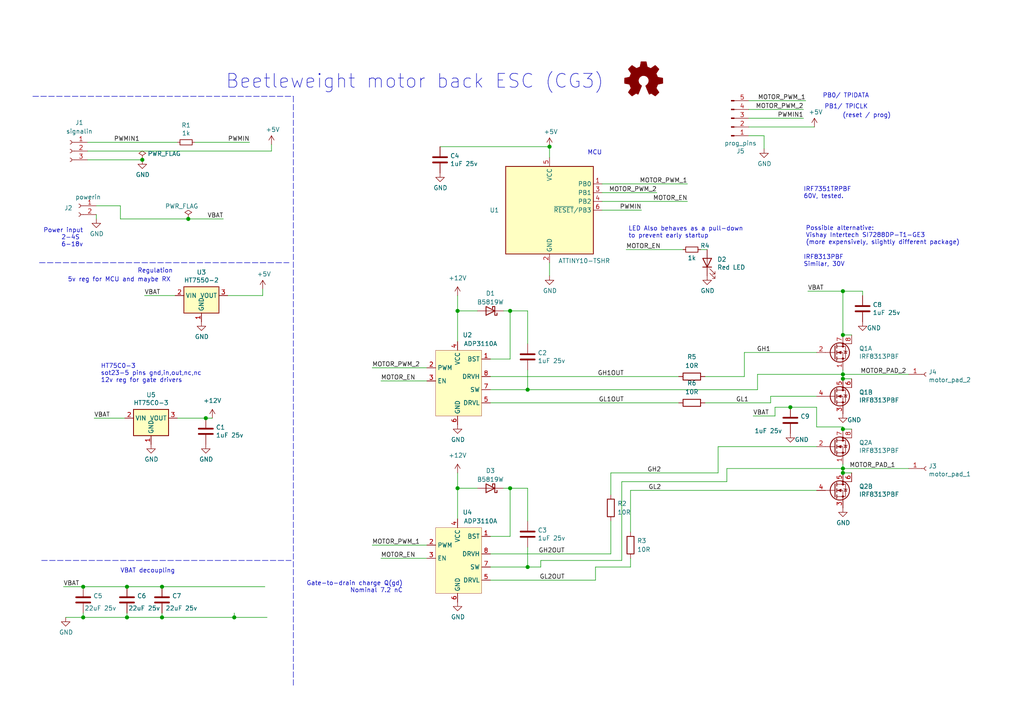
<source format=kicad_sch>
(kicad_sch (version 20210621) (generator eeschema)
  (paper "A4")
  (title_block (title "Beetle Motor Back ESC (CG)") (date "2021-08-02"))
  (lib_symbols
    (symbol "Connector:Conn_01x01_Female" (pin_names (offset 1.016) hide)
      (property "Reference" "J" (at 0 2.54 0))
      (property "Value" "Conn_01x01_Female" (at 0 -2.54 0))
      (symbol "Conn_01x01_Female_1_1"
        (arc (start 0 0.508) (end 0 -0.508) (radius (at 0 0) (length 0.508) (angles 90.1 -90.1)) (stroke (width 0.1524)))
        (polyline (pts (xy -1.27 0) (xy -0.508 0)) (stroke (width 0.1524)))
        (pin passive line (at -5.08 0 0) (length 3.81) (name "Pin_1") (number "1"))
      )
    )
    (symbol "Connector:Conn_01x02_Female" (pin_names (offset 1.016) hide)
      (property "Reference" "J" (at 0 2.54 0))
      (property "Value" "Conn_01x02_Female" (at 0 -5.08 0))
      (symbol "Conn_01x02_Female_1_1"
        (arc (start 0 -2.032) (end 0 -3.048) (radius (at 0 -2.54) (length 0.508) (angles 90.1 -90.1)) (stroke (width 0.1524)))
        (arc (start 0 0.508) (end 0 -0.508) (radius (at 0 0) (length 0.508) (angles 90.1 -90.1)) (stroke (width 0.1524)))
        (polyline (pts (xy -1.27 -2.54) (xy -0.508 -2.54)) (stroke (width 0.1524)))
        (polyline (pts (xy -1.27 0) (xy -0.508 0)) (stroke (width 0.1524)))
        (pin passive line (at -5.08 0 0) (length 3.81) (name "Pin_1") (number "1"))
        (pin passive line (at -5.08 -2.54 0) (length 3.81) (name "Pin_2") (number "2"))
      )
    )
    (symbol "Connector:Conn_01x03_Female" (pin_names (offset 1.016) hide)
      (property "Reference" "J" (at 0 5.08 0))
      (property "Value" "Conn_01x03_Female" (at 0 -5.08 0))
      (symbol "Conn_01x03_Female_1_1"
        (arc (start 0 -2.032) (end 0 -3.048) (radius (at 0 -2.54) (length 0.508) (angles 90.1 -90.1)) (stroke (width 0.1524)))
        (arc (start 0 0.508) (end 0 -0.508) (radius (at 0 0) (length 0.508) (angles 90.1 -90.1)) (stroke (width 0.1524)))
        (arc (start 0 3.048) (end 0 2.032) (radius (at 0 2.54) (length 0.508) (angles 90.1 -90.1)) (stroke (width 0.1524)))
        (polyline (pts (xy -1.27 -2.54) (xy -0.508 -2.54)) (stroke (width 0.1524)))
        (polyline (pts (xy -1.27 0) (xy -0.508 0)) (stroke (width 0.1524)))
        (polyline (pts (xy -1.27 2.54) (xy -0.508 2.54)) (stroke (width 0.1524)))
        (pin passive line (at -5.08 2.54 0) (length 3.81) (name "Pin_1") (number "1"))
        (pin passive line (at -5.08 0 0) (length 3.81) (name "Pin_2") (number "2"))
        (pin passive line (at -5.08 -2.54 0) (length 3.81) (name "Pin_3") (number "3"))
      )
    )
    (symbol "Connector:Conn_01x05_Male" (pin_names (offset 1.016) hide)
      (property "Reference" "J" (at 0 7.62 0))
      (property "Value" "Conn_01x05_Male" (at 0 -7.62 0))
      (symbol "Conn_01x05_Male_1_1"
        (rectangle (start 0.8636 -4.953) (end 0 -5.207) (stroke (width 0.1524)) (fill (type outline)))
        (rectangle (start 0.8636 -2.413) (end 0 -2.667) (stroke (width 0.1524)) (fill (type outline)))
        (rectangle (start 0.8636 0.127) (end 0 -0.127) (stroke (width 0.1524)) (fill (type outline)))
        (rectangle (start 0.8636 2.667) (end 0 2.413) (stroke (width 0.1524)) (fill (type outline)))
        (rectangle (start 0.8636 5.207) (end 0 4.953) (stroke (width 0.1524)) (fill (type outline)))
        (polyline (pts (xy 1.27 -5.08) (xy 0.8636 -5.08)) (stroke (width 0.1524)))
        (polyline (pts (xy 1.27 -2.54) (xy 0.8636 -2.54)) (stroke (width 0.1524)))
        (polyline (pts (xy 1.27 0) (xy 0.8636 0)) (stroke (width 0.1524)))
        (polyline (pts (xy 1.27 2.54) (xy 0.8636 2.54)) (stroke (width 0.1524)))
        (polyline (pts (xy 1.27 5.08) (xy 0.8636 5.08)) (stroke (width 0.1524)))
        (pin passive line (at 5.08 5.08 180) (length 3.81) (name "Pin_1") (number "1"))
        (pin passive line (at 5.08 2.54 180) (length 3.81) (name "Pin_2") (number "2"))
        (pin passive line (at 5.08 0 180) (length 3.81) (name "Pin_3") (number "3"))
        (pin passive line (at 5.08 -2.54 180) (length 3.81) (name "Pin_4") (number "4"))
        (pin passive line (at 5.08 -5.08 180) (length 3.81) (name "Pin_5") (number "5"))
      )
    )
    (symbol "Device:C" (pin_numbers hide) (pin_names (offset 0.254))
      (property "Reference" "C" (at 0.635 2.54 0))
      (property "Value" "C" (at 0.635 -2.54 0))
      (symbol "C_0_1"
        (polyline (pts (xy -2.032 -0.762) (xy 2.032 -0.762)) (stroke (width 0.508)))
        (polyline (pts (xy -2.032 0.762) (xy 2.032 0.762)) (stroke (width 0.508)))
      )
      (symbol "C_1_1"
        (pin passive line (at 0 3.81 270) (length 2.794) (name "~") (number "1"))
        (pin passive line (at 0 -3.81 90) (length 2.794) (name "~") (number "2"))
      )
    )
    (symbol "Device:D_Schottky" (pin_numbers hide) (pin_names (offset 1.016) hide)
      (property "Reference" "D" (at 0 2.54 0))
      (property "Value" "D_Schottky" (at 0 -2.54 0))
      (symbol "D_Schottky_0_1"
        (polyline (pts (xy 1.27 0) (xy -1.27 0)))
        (polyline (pts (xy 1.27 1.27) (xy 1.27 -1.27) (xy -1.27 0) (xy 1.27 1.27)) (stroke (width 0.254)))
        (polyline (pts (xy -1.905 0.635) (xy -1.905 1.27) (xy -1.27 1.27) (xy -1.27 -1.27) (xy -0.635 -1.27) (xy -0.635 -0.635)) (stroke (width 0.254)))
      )
      (symbol "D_Schottky_1_1"
        (pin passive line (at -3.81 0 0) (length 2.54) (name "K") (number "1"))
        (pin passive line (at 3.81 0 180) (length 2.54) (name "A") (number "2"))
      )
    )
    (symbol "Device:LED" (pin_numbers hide) (pin_names (offset 1.016) hide)
      (property "Reference" "D" (at 0 2.54 0))
      (property "Value" "LED" (at 0 -2.54 0))
      (symbol "LED_0_1"
        (polyline (pts (xy -1.27 -1.27) (xy -1.27 1.27)) (stroke (width 0.254)))
        (polyline (pts (xy -1.27 0) (xy 1.27 0)))
        (polyline (pts (xy 1.27 -1.27) (xy 1.27 1.27) (xy -1.27 0) (xy 1.27 -1.27)) (stroke (width 0.254)))
        (polyline (pts (xy -3.048 -0.762) (xy -4.572 -2.286) (xy -3.81 -2.286) (xy -4.572 -2.286) (xy -4.572 -1.524)))
        (polyline (pts (xy -1.778 -0.762) (xy -3.302 -2.286) (xy -2.54 -2.286) (xy -3.302 -2.286) (xy -3.302 -1.524)))
      )
      (symbol "LED_1_1"
        (pin passive line (at -3.81 0 0) (length 2.54) (name "K") (number "1"))
        (pin passive line (at 3.81 0 180) (length 2.54) (name "A") (number "2"))
      )
    )
    (symbol "Device:Q_Dual_NMOS_S1G1S2G2D2D2D1D1" (pin_names (offset 0) hide)
      (property "Reference" "Q" (at 5.08 1.27 0))
      (property "Value" "Q_Dual_NMOS_S1G1S2G2D2D2D1D1" (at 5.08 -1.27 0))
      (symbol "Q_Dual_NMOS_S1G1S2G2D2D2D1D1_0_1"
        (circle (center 1.651 0) (radius 2.794) (stroke (width 0.254)))
        (circle (center 2.54 -1.778) (radius 0.254) (fill (type outline)))
        (circle (center 2.54 1.778) (radius 0.254) (fill (type outline)))
        (circle (center 2.54 2.54) (radius 0.254) (fill (type outline)))
        (polyline (pts (xy 0.254 0) (xy -2.54 0)))
        (polyline (pts (xy 0.254 1.905) (xy 0.254 -1.905)) (stroke (width 0.254)))
        (polyline (pts (xy 0.762 -1.27) (xy 0.762 -2.286)) (stroke (width 0.254)))
        (polyline (pts (xy 0.762 0.508) (xy 0.762 -0.508)) (stroke (width 0.254)))
        (polyline (pts (xy 0.762 2.286) (xy 0.762 1.27)) (stroke (width 0.254)))
        (polyline (pts (xy 2.54 2.54) (xy 2.54 1.778)))
        (polyline (pts (xy 5.08 2.54) (xy 2.54 2.54)))
        (polyline (pts (xy 2.54 -2.54) (xy 2.54 0) (xy 0.762 0)))
        (polyline (pts (xy 0.762 -1.778) (xy 3.302 -1.778) (xy 3.302 1.778) (xy 0.762 1.778)))
        (polyline (pts (xy 2.794 0.508) (xy 2.921 0.381) (xy 3.683 0.381) (xy 3.81 0.254)))
        (polyline (pts (xy 3.302 0.381) (xy 2.921 -0.254) (xy 3.683 -0.254) (xy 3.302 0.381)))
        (polyline (pts (xy 1.016 0) (xy 2.032 0.381) (xy 2.032 -0.381) (xy 1.016 0)) (fill (type outline)))
      )
      (symbol "Q_Dual_NMOS_S1G1S2G2D2D2D1D1_1_1"
        (pin passive line (at 2.54 -5.08 90) (length 2.54) (name "S") (number "1"))
        (pin input line (at -5.08 0 0) (length 2.54) (name "G") (number "2"))
        (pin passive line (at 2.54 5.08 270) (length 2.54) (name "D") (number "7"))
        (pin passive line (at 5.08 5.08 270) (length 2.54) (name "D") (number "8"))
      )
      (symbol "Q_Dual_NMOS_S1G1S2G2D2D2D1D1_2_1"
        (pin passive line (at 2.54 -5.08 90) (length 2.54) (name "S") (number "3"))
        (pin input line (at -5.08 0 0) (length 2.54) (name "G") (number "4"))
        (pin passive line (at 2.54 5.08 270) (length 2.54) (name "D") (number "5"))
        (pin passive line (at 5.08 5.08 270) (length 2.54) (name "D") (number "6"))
      )
    )
    (symbol "Device:R" (pin_numbers hide) (pin_names (offset 0))
      (property "Reference" "R" (at 2.032 0 90))
      (property "Value" "R" (at 0 0 90))
      (symbol "R_0_1"
        (rectangle (start -1.016 -2.54) (end 1.016 2.54) (stroke (width 0.254)))
      )
      (symbol "R_1_1"
        (pin passive line (at 0 3.81 270) (length 1.27) (name "~") (number "1"))
        (pin passive line (at 0 -3.81 90) (length 1.27) (name "~") (number "2"))
      )
    )
    (symbol "Device:R_Small" (pin_numbers hide) (pin_names (offset 0.254) hide)
      (property "Reference" "R" (at 0.762 0.508 0))
      (property "Value" "R_Small" (at 0.762 -1.016 0))
      (symbol "R_Small_0_1"
        (rectangle (start -0.762 1.778) (end 0.762 -1.778) (stroke (width 0.2032)))
      )
      (symbol "R_Small_1_1"
        (pin passive line (at 0 2.54 270) (length 0.762) (name "~") (number "1"))
        (pin passive line (at 0 -2.54 90) (length 0.762) (name "~") (number "2"))
      )
    )
    (symbol "Graphic:Logo_Open_Hardware_Small" (pin_names (offset 1.016))
      (symbol "Logo_Open_Hardware_Small_0_1"
        (polyline (pts (xy 3.3528 -4.3434) (xy 3.302 -4.318) (xy 3.175 -4.2418) (xy 2.9972 -4.1148) (xy 2.7686 -3.9624) (xy 2.54 -3.81) (xy 2.3622 -3.7084) (xy 2.2352 -3.6068) (xy 2.1844 -3.5814) (xy 2.159 -3.6068) (xy 2.0574 -3.6576) (xy 1.905 -3.7338) (xy 1.8034 -3.7846) (xy 1.6764 -3.8354) (xy 1.6002 -3.8354) (xy 1.6002 -3.8354) (xy 1.5494 -3.7338) (xy 1.4732 -3.5306) (xy 1.3462 -3.302) (xy 1.2446 -3.0226) (xy 1.1176 -2.7178) (xy 0.9652 -2.413) (xy 0.8636 -2.1082) (xy 0.7366 -1.8288) (xy 0.6604 -1.6256) (xy 0.6096 -1.4732) (xy 0.5842 -1.397) (xy 0.5842 -1.397) (xy 0.6604 -1.3208) (xy 0.7874 -1.2446) (xy 1.0414 -1.016) (xy 1.2954 -0.6858) (xy 1.4478 -0.3302) (xy 1.524 0.0762) (xy 1.4732 0.4572) (xy 1.3208 0.8128) (xy 1.0668 1.143) (xy 0.762 1.3716) (xy 0.4064 1.524) (xy 0 1.5748) (xy -0.381 1.5494) (xy -0.7366 1.397) (xy -1.0668 1.143) (xy -1.2192 0.9906) (xy -1.397 0.6604) (xy -1.524 0.3048) (xy -1.524 0.2286) (xy -1.4986 -0.1778) (xy -1.397 -0.5334) (xy -1.1938 -0.8636) (xy -0.9144 -1.143) (xy -0.8636 -1.1684) (xy -0.7366 -1.27) (xy -0.635 -1.3462) (xy -0.5842 -1.397) (xy -1.0668 -2.5908) (xy -1.143 -2.794) (xy -1.2954 -3.1242) (xy -1.397 -3.4036) (xy -1.4986 -3.6322) (xy -1.5748 -3.7846) (xy -1.6002 -3.8354) (xy -1.6002 -3.8354) (xy -1.651 -3.8354) (xy -1.7272 -3.81) (xy -1.905 -3.7338) (xy -2.0066 -3.683) (xy -2.1336 -3.6068) (xy -2.2098 -3.5814) (xy -2.2606 -3.6068) (xy -2.3622 -3.683) (xy -2.54 -3.81) (xy -2.7686 -3.9624) (xy -2.9718 -4.0894) (xy -3.1496 -4.2164) (xy -3.302 -4.318) (xy -3.3528 -4.3434) (xy -3.3782 -4.3434) (xy -3.429 -4.318) (xy -3.5306 -4.2164) (xy -3.7084 -4.064) (xy -3.937 -3.8354) (xy -3.9624 -3.81) (xy -4.1656 -3.6068) (xy -4.318 -3.4544) (xy -4.4196 -3.3274) (xy -4.445 -3.2766) (xy -4.445 -3.2766) (xy -4.4196 -3.2258) (xy -4.318 -3.0734) (xy -4.2164 -2.8956) (xy -4.064 -2.667) (xy -3.6576 -2.0828) (xy -3.8862 -1.5494) (xy -3.937 -1.3716) (xy -4.0386 -1.1684) (xy -4.0894 -1.0414) (xy -4.1148 -0.9652) (xy -4.191 -0.9398) (xy -4.318 -0.9144) (xy -4.5466 -0.8636) (xy -4.8006 -0.8128) (xy -5.0546 -0.7874) (xy -5.2578 -0.7366) (xy -5.4356 -0.7112) (xy -5.5118 -0.6858) (xy -5.5118 -0.6858) (xy -5.5372 -0.635) (xy -5.5372 -0.5588) (xy -5.5372 -0.4318) (xy -5.5626 -0.2286) (xy -5.5626 0.0762) (xy -5.5626 0.127) (xy -5.5372 0.4064) (xy -5.5372 0.635) (xy -5.5372 0.762) (xy -5.5372 0.8382) (xy -5.5372 0.8382) (xy -5.461 0.8382) (xy -5.3086 0.889) (xy -5.08 0.9144) (xy -4.826 0.9652) (xy -4.8006 0.9906) (xy -4.5466 1.0414) (xy -4.318 1.0668) (xy -4.1656 1.1176) (xy -4.0894 1.143) (xy -4.0894 1.143) (xy -4.0386 1.2446) (xy -3.9624 1.4224) (xy -3.8608 1.6256) (xy -3.7846 1.8288) (xy -3.7084 2.0066) (xy -3.6576 2.159) (xy -3.6322 2.2098) (xy -3.6322 2.2098) (xy -3.683 2.286) (xy -3.7592 2.413) (xy -3.8862 2.5908) (xy -4.064 2.8194) (xy -4.064 2.8448) (xy -4.2164 3.0734) (xy -4.3434 3.2512) (xy -4.4196 3.3782) (xy -4.445 3.4544) (xy -4.445 3.4544) (xy -4.3942 3.5052) (xy -4.2926 3.6322) (xy -4.1148 3.81) (xy -3.937 4.0132) (xy -3.8608 4.064) (xy -3.6576 4.2926) (xy -3.5052 4.4196) (xy -3.4036 4.4958) (xy -3.3528 4.5212) (xy -3.3528 4.5212) (xy -3.302 4.4704) (xy -3.1496 4.3688) (xy -2.9718 4.2418) (xy -2.7432 4.0894) (xy -2.7178 4.0894) (xy -2.4892 3.937) (xy -2.3114 3.81) (xy -2.1844 3.7084) (xy -2.1336 3.683) (xy -2.1082 3.683) (xy -2.032 3.7084) (xy -1.8542 3.7592) (xy -1.6764 3.8354) (xy -1.4732 3.937) (xy -1.27 4.0132) (xy -1.143 4.064) (xy -1.0668 4.1148) (xy -1.0668 4.1148) (xy -1.0414 4.191) (xy -1.016 4.3434) (xy -0.9652 4.572) (xy -0.9144 4.8514) (xy -0.889 4.9022) (xy -0.8382 5.1562) (xy -0.8128 5.3848) (xy -0.7874 5.5372) (xy -0.762 5.588) (xy -0.7112 5.6134) (xy -0.5842 5.6134) (xy -0.4064 5.6134) (xy -0.1524 5.6134) (xy 0.0762 5.6134) (xy 0.3302 5.6134) (xy 0.5334 5.6134) (xy 0.6858 5.588) (xy 0.7366 5.588) (xy 0.7366 5.588) (xy 0.762 5.5118) (xy 0.8128 5.334) (xy 0.8382 5.1054) (xy 0.9144 4.826) (xy 0.9144 4.7752) (xy 0.9652 4.5212) (xy 1.016 4.2926) (xy 1.0414 4.1402) (xy 1.0668 4.0894) (xy 1.0668 4.0894) (xy 1.1938 4.0386) (xy 1.3716 3.9624) (xy 1.5748 3.8608) (xy 2.0828 3.6576) (xy 2.7178 4.0894) (xy 2.7686 4.1402) (xy 2.9972 4.2926) (xy 3.175 4.4196) (xy 3.302 4.4958) (xy 3.3782 4.5212) (xy 3.3782 4.5212) (xy 3.429 4.4704) (xy 3.556 4.3434) (xy 3.7338 4.191) (xy 3.9116 3.9878) (xy 4.064 3.8354) (xy 4.2418 3.6576) (xy 4.3434 3.556) (xy 4.4196 3.4798) (xy 4.4196 3.429) (xy 4.4196 3.4036) (xy 4.3942 3.3274) (xy 4.2926 3.2004) (xy 4.1656 2.9972) (xy 4.0132 2.794) (xy 3.8862 2.5908) (xy 3.7592 2.3876) (xy 3.6576 2.2352) (xy 3.6322 2.159) (xy 3.6322 2.1336) (xy 3.683 2.0066) (xy 3.7592 1.8288) (xy 3.8608 1.6002) (xy 4.064 1.1176) (xy 4.3942 1.0414) (xy 4.5974 1.016) (xy 4.8768 0.9652) (xy 5.1308 0.9144) (xy 5.5372 0.8382) (xy 5.5626 -0.6604) (xy 5.4864 -0.6858) (xy 5.4356 -0.6858) (xy 5.2832 -0.7366) (xy 5.0546 -0.762) (xy 4.8006 -0.8128) (xy 4.5974 -0.8636) (xy 4.3688 -0.9144) (xy 4.2164 -0.9398) (xy 4.1402 -0.9398) (xy 4.1148 -0.9652) (xy 4.064 -1.0668) (xy 3.9878 -1.2446) (xy 3.9116 -1.4478) (xy 3.81 -1.651) (xy 3.7338 -1.8542) (xy 3.683 -2.0066) (xy 3.6576 -2.0828) (xy 3.683 -2.1336) (xy 3.7846 -2.2606) (xy 3.8862 -2.4638) (xy 4.0386 -2.667) (xy 4.191 -2.8956) (xy 4.318 -3.0734) (xy 4.3942 -3.2004) (xy 4.445 -3.2766) (xy 4.4196 -3.3274) (xy 4.3434 -3.429) (xy 4.1656 -3.5814) (xy 3.937 -3.8354) (xy 3.8862 -3.8608) (xy 3.683 -4.064) (xy 3.5306 -4.2164) (xy 3.4036 -4.318) (xy 3.3528 -4.3434)) (fill (type outline)))
      )
    )
    (symbol "MCU_Microchip_ATtiny:ATtiny10-TS"
      (property "Reference" "U" (at -12.7 13.97 0))
      (property "Value" "ATtiny10-TS" (at 2.54 -13.97 0))
      (symbol "ATtiny10-TS_0_1"
        (rectangle (start -12.7 -12.7) (end 12.7 12.7) (stroke (width 0.254)) (fill (type background)))
      )
      (symbol "ATtiny10-TS_1_1"
        (pin bidirectional line (at 15.24 7.62 180) (length 2.54) (name "PB0") (number "1"))
        (pin power_in line (at 0 -15.24 90) (length 2.54) (name "GND") (number "2"))
        (pin bidirectional line (at 15.24 5.08 180) (length 2.54) (name "PB1") (number "3"))
        (pin bidirectional line (at 15.24 2.54 180) (length 2.54) (name "PB2") (number "4"))
        (pin power_in line (at 0 15.24 270) (length 2.54) (name "VCC") (number "5"))
        (pin bidirectional line (at 15.24 0 180) (length 2.54) (name "~{RESET}/PB3") (number "6"))
      )
    )
    (symbol "Regulator_Linear:HT75xx-1-SOT89"
      (property "Reference" "U" (at -5.08 -3.81 0))
      (property "Value" "HT75xx-1-SOT89" (at 0 6.35 0))
      (symbol "HT75xx-1-SOT89_0_1"
        (rectangle (start -5.08 5.08) (end 5.08 -2.54) (stroke (width 0.254)) (fill (type background)))
      )
      (symbol "HT75xx-1-SOT89_1_1"
        (pin power_in line (at 0 -5.08 90) (length 2.54) (name "GND") (number "1"))
        (pin power_in line (at -7.62 2.54 0) (length 2.54) (name "VIN") (number "2"))
        (pin power_out line (at 7.62 2.54 180) (length 2.54) (name "VOUT") (number "3"))
      )
    )
    (symbol "beetleback:ADP3110A"
      (property "Reference" "U" (at 0 0 0))
      (property "Value" "ADP3110A" (at 7.62 -8.89 0))
      (symbol "ADP3110A_0_1"
        (rectangle (start -6.35 11.43) (end 6.985 -7.62) (stroke (width 0.001)) (fill (type background)))
      )
      (symbol "ADP3110A_1_1"
        (pin power_out line (at 9.525 8.89 180) (length 2.54) (name "BST") (number "1"))
        (pin input line (at -8.89 6.35 0) (length 2.54) (name "PWM") (number "2"))
        (pin input line (at -8.89 2.54 0) (length 2.54) (name "EN") (number "3"))
        (pin power_in line (at 0 13.97 270) (length 2.54) (name "VCC") (number "4"))
        (pin output line (at 9.525 -3.81 180) (length 2.54) (name "DRVL") (number "5"))
        (pin power_in line (at 0 -10.16 90) (length 2.54) (name "GND") (number "6"))
        (pin passive line (at 9.525 0 180) (length 2.54) (name "SW") (number "7"))
        (pin output line (at 9.525 3.81 180) (length 2.54) (name "DRVH") (number "8"))
      )
    )
    (symbol "power:+12V" (power) (pin_names (offset 0))
      (property "Value" "+12V" (at 0 3.556 0))
      (symbol "+12V_0_1"
        (polyline (pts (xy -0.762 1.27) (xy 0 2.54)))
        (polyline (pts (xy 0 0) (xy 0 2.54)))
        (polyline (pts (xy 0 2.54) (xy 0.762 1.27)))
      )
      (symbol "+12V_1_1"
        (pin power_in line (at 0 0 90) (length 0) hide (name "+12V") (number "1"))
      )
    )
    (symbol "power:+5V" (power) (pin_names (offset 0))
      (property "Value" "+5V" (at 0 3.556 0))
      (symbol "+5V_0_1"
        (polyline (pts (xy -0.762 1.27) (xy 0 2.54)))
        (polyline (pts (xy 0 0) (xy 0 2.54)))
        (polyline (pts (xy 0 2.54) (xy 0.762 1.27)))
      )
      (symbol "+5V_1_1"
        (pin power_in line (at 0 0 90) (length 0) hide (name "+5V") (number "1"))
      )
    )
    (symbol "power:GND" (power) (pin_names (offset 0))
      (property "Value" "GND" (at 0 -3.81 0))
      (symbol "GND_0_1"
        (polyline (pts (xy 0 0) (xy 0 -1.27) (xy 1.27 -1.27) (xy 0 -2.54) (xy -1.27 -1.27) (xy 0 -1.27)))
      )
      (symbol "GND_1_1"
        (pin power_in line (at 0 0 270) (length 0) hide (name "GND") (number "1"))
      )
    )
    (symbol "power:PWR_FLAG" (power) (pin_numbers hide) (pin_names (offset 0) hide)
      (property "Value" "PWR_FLAG" (at 0 3.81 0))
      (symbol "PWR_FLAG_0_0"
        (pin power_out line (at 0 0 90) (length 0) (name "pwr") (number "1"))
      )
      (symbol "PWR_FLAG_0_1"
        (polyline (pts (xy 0 0) (xy 0 1.27) (xy -1.016 1.905) (xy 0 2.54) (xy 1.016 1.905) (xy 0 1.27)))
      )
    )
  )
  (junction (at 24.13 170.18) (diameter 1.016))
  (junction (at 24.13 179.07) (diameter 1.016))
  (junction (at 36.83 170.18) (diameter 1.016))
  (junction (at 36.83 179.07) (diameter 1.016))
  (junction (at 41.275 46.355) (diameter 1.016))
  (junction (at 46.99 170.18) (diameter 1.016))
  (junction (at 46.99 179.07) (diameter 1.016))
  (junction (at 54.61 63.5) (diameter 1.016))
  (junction (at 59.69 121.285) (diameter 1.016))
  (junction (at 67.945 179.07) (diameter 1.016))
  (junction (at 132.715 90.17) (diameter 1.016))
  (junction (at 132.715 141.605) (diameter 1.016))
  (junction (at 147.955 90.17) (diameter 1.016))
  (junction (at 147.955 141.605) (diameter 1.016))
  (junction (at 153.035 113.03) (diameter 1.016))
  (junction (at 153.035 164.465) (diameter 1.016))
  (junction (at 159.385 42.545) (diameter 1.016))
  (junction (at 229.235 118.11) (diameter 1.016))
  (junction (at 244.475 84.455) (diameter 1.016))
  (junction (at 244.475 97.155) (diameter 1.016))
  (junction (at 244.475 108.585) (diameter 1.016))
  (junction (at 244.475 109.855) (diameter 1.016))
  (junction (at 244.475 124.46) (diameter 1.016))
  (junction (at 244.475 135.89) (diameter 1.016))
  (junction (at 244.475 137.16) (diameter 1.016))
  (wire (pts (xy 18.415 170.18) (xy 24.13 170.18)))
  (wire (pts (xy 19.05 179.07) (xy 24.13 179.07)))
  (wire (pts (xy 24.13 170.18) (xy 36.83 170.18)))
  (wire (pts (xy 24.13 177.8) (xy 24.13 179.07)))
  (wire (pts (xy 24.13 179.07) (xy 36.83 179.07)))
  (wire (pts (xy 25.4 41.275) (xy 51.435 41.275)))
  (wire (pts (xy 25.4 43.815) (xy 78.74 43.815)))
  (wire (pts (xy 25.4 46.355) (xy 41.275 46.355)))
  (wire (pts (xy 27.305 121.285) (xy 36.195 121.285)))
  (wire (pts (xy 27.94 59.69) (xy 34.925 59.69)))
  (wire (pts (xy 27.94 62.23) (xy 27.94 63.5)))
  (wire (pts (xy 34.925 59.69) (xy 34.925 63.5)))
  (wire (pts (xy 34.925 63.5) (xy 54.61 63.5)))
  (wire (pts (xy 36.83 170.18) (xy 46.99 170.18)))
  (wire (pts (xy 36.83 177.8) (xy 36.83 179.07)))
  (wire (pts (xy 36.83 179.07) (xy 46.99 179.07)))
  (wire (pts (xy 41.91 85.725) (xy 50.8 85.725)))
  (wire (pts (xy 46.99 170.18) (xy 76.835 170.18)))
  (wire (pts (xy 46.99 177.8) (xy 46.99 179.07)))
  (wire (pts (xy 46.99 179.07) (xy 67.945 179.07)))
  (wire (pts (xy 51.435 121.285) (xy 59.69 121.285)))
  (wire (pts (xy 54.61 63.5) (xy 64.77 63.5)))
  (wire (pts (xy 56.515 41.275) (xy 72.39 41.275)))
  (wire (pts (xy 59.69 121.285) (xy 61.595 121.285)))
  (wire (pts (xy 66.04 85.725) (xy 76.2 85.725)))
  (wire (pts (xy 67.945 177.8) (xy 67.945 179.07)))
  (wire (pts (xy 67.945 179.07) (xy 77.47 179.07)))
  (wire (pts (xy 76.2 83.82) (xy 76.2 85.725)))
  (wire (pts (xy 78.74 43.815) (xy 78.74 41.91)))
  (wire (pts (xy 107.95 106.68) (xy 123.825 106.68)))
  (wire (pts (xy 107.95 158.115) (xy 123.825 158.115)))
  (wire (pts (xy 110.49 110.49) (xy 123.825 110.49)))
  (wire (pts (xy 110.49 161.925) (xy 123.825 161.925)))
  (wire (pts (xy 127.635 42.545) (xy 159.385 42.545)))
  (wire (pts (xy 132.715 85.725) (xy 132.715 90.17)))
  (wire (pts (xy 132.715 90.17) (xy 132.715 99.06)))
  (wire (pts (xy 132.715 90.17) (xy 138.43 90.17)))
  (wire (pts (xy 132.715 137.16) (xy 132.715 141.605)))
  (wire (pts (xy 132.715 141.605) (xy 132.715 150.495)))
  (wire (pts (xy 132.715 141.605) (xy 138.43 141.605)))
  (wire (pts (xy 142.24 104.14) (xy 147.955 104.14)))
  (wire (pts (xy 142.24 109.22) (xy 196.85 109.22)))
  (wire (pts (xy 142.24 113.03) (xy 153.035 113.03)))
  (wire (pts (xy 142.24 116.84) (xy 196.85 116.84)))
  (wire (pts (xy 142.24 155.575) (xy 147.955 155.575)))
  (wire (pts (xy 142.24 164.465) (xy 153.035 164.465)))
  (wire (pts (xy 142.24 168.275) (xy 172.72 168.275)))
  (wire (pts (xy 146.05 90.17) (xy 147.955 90.17)))
  (wire (pts (xy 146.05 141.605) (xy 147.955 141.605)))
  (wire (pts (xy 147.955 90.17) (xy 147.955 104.14)))
  (wire (pts (xy 147.955 141.605) (xy 147.955 155.575)))
  (wire (pts (xy 153.035 90.17) (xy 147.955 90.17)))
  (wire (pts (xy 153.035 99.695) (xy 153.035 90.17)))
  (wire (pts (xy 153.035 113.03) (xy 153.035 107.315)))
  (wire (pts (xy 153.035 113.03) (xy 219.71 113.03)))
  (wire (pts (xy 153.035 141.605) (xy 147.955 141.605)))
  (wire (pts (xy 153.035 151.13) (xy 153.035 141.605)))
  (wire (pts (xy 153.035 164.465) (xy 153.035 158.75)))
  (wire (pts (xy 156.845 162.56) (xy 156.845 164.465)))
  (wire (pts (xy 156.845 164.465) (xy 153.035 164.465)))
  (wire (pts (xy 159.385 42.545) (xy 159.385 45.72)))
  (wire (pts (xy 159.385 76.2) (xy 159.385 80.01)))
  (wire (pts (xy 172.72 164.465) (xy 172.72 168.275)))
  (wire (pts (xy 174.625 53.34) (xy 199.39 53.34)))
  (wire (pts (xy 174.625 55.88) (xy 190.5 55.88)))
  (wire (pts (xy 174.625 58.42) (xy 199.39 58.42)))
  (wire (pts (xy 174.625 60.96) (xy 186.055 60.96)))
  (wire (pts (xy 177.165 137.16) (xy 177.165 143.51)))
  (wire (pts (xy 177.165 137.16) (xy 208.28 137.16)))
  (wire (pts (xy 177.165 151.13) (xy 177.165 160.655)))
  (wire (pts (xy 177.165 160.655) (xy 142.24 160.655)))
  (wire (pts (xy 180.34 139.7) (xy 180.34 162.56)))
  (wire (pts (xy 180.34 139.7) (xy 210.82 139.7)))
  (wire (pts (xy 180.34 162.56) (xy 156.845 162.56)))
  (wire (pts (xy 181.61 72.39) (xy 198.12 72.39)))
  (wire (pts (xy 182.88 142.24) (xy 182.88 154.305)))
  (wire (pts (xy 182.88 142.24) (xy 236.855 142.24)))
  (wire (pts (xy 182.88 161.925) (xy 182.88 164.465)))
  (wire (pts (xy 182.88 164.465) (xy 172.72 164.465)))
  (wire (pts (xy 203.2 72.39) (xy 205.105 72.39)))
  (wire (pts (xy 204.47 109.22) (xy 215.9 109.22)))
  (wire (pts (xy 204.47 116.84) (xy 223.52 116.84)))
  (wire (pts (xy 208.28 129.54) (xy 236.855 129.54)))
  (wire (pts (xy 208.28 137.16) (xy 208.28 129.54)))
  (wire (pts (xy 210.82 135.89) (xy 244.475 135.89)))
  (wire (pts (xy 210.82 139.7) (xy 210.82 135.89)))
  (wire (pts (xy 215.9 102.235) (xy 236.855 102.235)))
  (wire (pts (xy 215.9 109.22) (xy 215.9 102.235)))
  (wire (pts (xy 217.17 29.21) (xy 233.68 29.21)))
  (wire (pts (xy 217.17 31.75) (xy 233.045 31.75)))
  (wire (pts (xy 217.17 34.29) (xy 233.045 34.29)))
  (wire (pts (xy 217.17 36.83) (xy 236.22 36.83)))
  (wire (pts (xy 217.17 39.37) (xy 221.615 39.37)))
  (wire (pts (xy 218.44 120.65) (xy 224.79 120.65)))
  (wire (pts (xy 219.71 108.585) (xy 244.475 108.585)))
  (wire (pts (xy 219.71 113.03) (xy 219.71 108.585)))
  (wire (pts (xy 221.615 39.37) (xy 221.615 43.18)))
  (wire (pts (xy 223.52 114.935) (xy 223.52 116.84)))
  (wire (pts (xy 223.52 114.935) (xy 236.855 114.935)))
  (wire (pts (xy 224.79 118.11) (xy 229.235 118.11)))
  (wire (pts (xy 224.79 120.65) (xy 224.79 118.11)))
  (wire (pts (xy 229.235 118.11) (xy 236.855 118.11)))
  (wire (pts (xy 234.315 84.455) (xy 244.475 84.455)))
  (wire (pts (xy 236.855 118.11) (xy 236.855 123.825)))
  (wire (pts (xy 236.855 123.825) (xy 244.475 123.825)))
  (wire (pts (xy 244.475 84.455) (xy 244.475 97.155)))
  (wire (pts (xy 244.475 84.455) (xy 250.19 84.455)))
  (wire (pts (xy 244.475 97.155) (xy 247.015 97.155)))
  (wire (pts (xy 244.475 107.315) (xy 244.475 108.585)))
  (wire (pts (xy 244.475 108.585) (xy 244.475 109.855)))
  (wire (pts (xy 244.475 108.585) (xy 263.525 108.585)))
  (wire (pts (xy 244.475 109.855) (xy 247.015 109.855)))
  (wire (pts (xy 244.475 123.825) (xy 244.475 124.46)))
  (wire (pts (xy 244.475 124.46) (xy 247.015 124.46)))
  (wire (pts (xy 244.475 134.62) (xy 244.475 135.89)))
  (wire (pts (xy 244.475 135.89) (xy 244.475 137.16)))
  (wire (pts (xy 244.475 135.89) (xy 263.525 135.89)))
  (wire (pts (xy 244.475 137.16) (xy 247.015 137.16)))
  (wire (pts (xy 250.19 84.455) (xy 250.19 85.725)))
  (polyline (pts (xy 9.525 27.94) (xy 85.09 27.94)) (stroke (width 0) (type dash)))
  (polyline (pts (xy 11.43 76.2) (xy 83.82 76.2)) (stroke (width 0) (type dash)))
  (polyline (pts (xy 12.065 162.56) (xy 84.455 162.56)) (stroke (width 0) (type dash)))
  (polyline (pts (xy 85.09 27.94) (xy 85.09 198.755)) (stroke (width 0) (type dash)))
  (text "Power input\n2-4S \n6-18v" (at 24.13 71.755 180) (effects (font (size 1.27 1.27)) (justify right bottom)))
  (text "HT75C0-3\nsot23-5 pins gnd,in,out,nc,nc\n12v reg for gate drivers" (at 29.21 111.125 0) (effects (font (size 1.27 1.27)) (justify left bottom)))
  (text "5v reg for MCU and maybe RX" (at 49.53 81.915 180) (effects (font (size 1.27 1.27)) (justify right bottom)))
  (text "Regulation" (at 50.165 79.375 180) (effects (font (size 1.27 1.27)) (justify right bottom)))
  (text "VBAT decoupling\n" (at 50.8 166.37 180) (effects (font (size 1.27 1.27)) (justify right bottom)))
  (text "Gate-to-drain charge Q(gd)\nNominal 7.2 nC\n" (at 116.84 172.085 180) (effects (font (size 1.27 1.27)) (justify right bottom)))
  (text "MCU" (at 174.625 45.085 180) (effects (font (size 1.27 1.27)) (justify right bottom)))
  (text "Beetleweight motor back ESC (CG3)\n" (at 175.26 26.035 180) (effects (font (size 4 4)) (justify right bottom)))
  (text "LED Also behaves as a pull-down\nto prevent early startup" (at 182.245 69.215 0) (effects (font (size 1.27 1.27)) (justify left bottom)))
  (text "IRF7351TRPBF\n60V, tested. " (at 233.045 57.785 0) (effects (font (size 1.27 1.27)) (justify left bottom)))
  (text "IRF8313PBF\nSimilar, 30V " (at 233.045 77.47 0) (effects (font (size 1.27 1.27)) (justify left bottom)))
  (text "Possible alternative:\nVishay Intertech SI7288DP-T1-GE3 \n(more expensively, slightly different package)" (at 233.68 71.12 0) (effects (font (size 1.27 1.27)) (justify left bottom)))
  (text "PB0/ TPIDATA" (at 252.095 28.575 180) (effects (font (size 1.27 1.27)) (justify right bottom)))
  (text "PB1/ TPICLK " (at 252.73 31.75 180) (effects (font (size 1.27 1.27)) (justify right bottom)))
  (text "(reset / prog)" (at 258.445 34.29 180) (effects (font (size 1.27 1.27)) (justify right bottom)))
  (label "VBAT" (at 18.415 170.18 0))
  (label "VBAT" (at 27.305 121.285 0))
  (label "PWMIN1" (at 33.02 41.275 0))
  (label "VBAT" (at 41.91 85.725 0))
  (label "VBAT" (at 64.77 63.5 180))
  (label "PWMIN" (at 72.39 41.275 180))
  (label "MOTOR_PWM_2" (at 107.95 106.68 0))
  (label "MOTOR_PWM_1" (at 107.95 158.115 0))
  (label "MOTOR_EN" (at 110.49 110.49 0))
  (label "MOTOR_EN" (at 110.49 161.925 0))
  (label "GH2OUT" (at 163.83 160.655 180))
  (label "GL2OUT" (at 163.83 168.275 180))
  (label "GH1OUT" (at 180.975 109.22 180))
  (label "GL1OUT" (at 180.975 116.84 180))
  (label "MOTOR_EN" (at 181.61 72.39 0))
  (label "PWMIN" (at 186.055 60.96 180))
  (label "MOTOR_PWM_2" (at 190.5 55.88 180))
  (label "GH2" (at 191.77 137.16 180))
  (label "GL2" (at 191.77 142.24 180))
  (label "MOTOR_PWM_1" (at 199.39 53.34 180))
  (label "MOTOR_EN" (at 199.39 58.42 180))
  (label "GL1" (at 217.17 116.84 180))
  (label "VBAT" (at 218.44 120.65 0))
  (label "GH1" (at 223.52 102.235 180))
  (label "MOTOR_PWM_2" (at 233.045 31.75 180))
  (label "PWMIN1" (at 233.045 34.29 180))
  (label "MOTOR_PWM_1" (at 233.68 29.21 180))
  (label "VBAT" (at 234.315 84.455 0))
  (label "MOTOR_PAD_1" (at 259.715 135.89 180))
  (label "MOTOR_PAD_2" (at 262.89 108.585 180))
  (symbol (lib_id "power:+12V") (at 61.595 121.285 0) (unit 1)
    (property "Reference" "#PWR019" (effects hide))
    (property "Value" "+12V" (at 61.595 116.205 0))
  )
  (symbol (lib_id "power:+5V") (at 76.2 83.82 0) (unit 1)
    (property "Reference" "#PWR017" (effects hide))
    (property "Value" "+5V" (at 76.5683 79.4956 0))
  )
  (symbol (lib_id "power:+5V") (at 78.74 41.91 0) (unit 1)
    (property "Reference" "#PWR016" (effects hide))
    (property "Value" "+5V" (at 79.1083 37.5856 0))
  )
  (symbol (lib_id "power:+12V") (at 132.715 85.725 0) (unit 1)
    (property "Reference" "#PWR01" (effects hide))
    (property "Value" "+12V" (at 132.715 80.645 0))
  )
  (symbol (lib_id "power:+12V") (at 132.715 137.16 0) (unit 1)
    (property "Reference" "#PWR010" (effects hide))
    (property "Value" "+12V" (at 132.715 132.08 0))
  )
  (symbol (lib_id "power:+5V") (at 159.385 42.545 0) (unit 1)
    (property "Reference" "#PWR013" (effects hide))
    (property "Value" "+5V" (at 159.7533 38.2206 0))
  )
  (symbol (lib_id "power:+5V") (at 236.22 36.83 0) (unit 1)
    (property "Reference" "#PWR023" (effects hide))
    (property "Value" "+5V" (at 236.5883 32.5056 0))
  )
  (symbol (lib_id "power:PWR_FLAG") (at 41.275 46.355 0) (unit 1)
    (property "Reference" "#FLG01" (effects hide))
    (property "Value" "PWR_FLAG" (at 47.625 44.5706 0))
  )
  (symbol (lib_id "power:PWR_FLAG") (at 54.61 63.5 0) (unit 1)
    (property "Reference" "#FLG0101" (effects hide))
    (property "Value" "PWR_FLAG" (at 52.705 59.8106 0))
  )
  (symbol (lib_id "Connector:Conn_01x01_Female") (at 268.605 108.585 0) (unit 1)
    (property "Reference" "J4" (at 269.3163 107.8928 0) (effects (justify left)))
    (property "Value" "motor_pad_2" (at 269.316 110.191 0) (effects (justify left)))
    (property "Footprint" "beetleback:bbb_motorpin" (effects hide))
  )
  (symbol (lib_id "Connector:Conn_01x01_Female") (at 268.605 135.89 0) (unit 1)
    (property "Reference" "J3" (at 269.3163 135.1978 0) (effects (justify left)))
    (property "Value" "motor_pad_1" (at 269.316 137.496 0) (effects (justify left)))
    (property "Footprint" "beetleback:bbb_motorpin" (effects hide))
  )
  (symbol (lib_id "power:GND") (at 19.05 179.07 0) (unit 1)
    (property "Reference" "#PWR011" (effects hide))
    (property "Value" "GND" (at 19.1643 183.3944 0))
  )
  (symbol (lib_id "power:GND") (at 27.94 63.5 0) (unit 1)
    (property "Reference" "#PWR04" (effects hide))
    (property "Value" "GND" (at 28.0543 67.8244 0))
  )
  (symbol (lib_id "power:GND") (at 41.275 46.355 0) (unit 1)
    (property "Reference" "#PWR03" (effects hide))
    (property "Value" "GND" (at 41.3893 50.6794 0))
  )
  (symbol (lib_id "power:GND") (at 43.815 128.905 0) (unit 1)
    (property "Reference" "#PWR014" (effects hide))
    (property "Value" "GND" (at 43.9293 133.2294 0))
  )
  (symbol (lib_id "power:GND") (at 58.42 93.345 0) (unit 1)
    (property "Reference" "#PWR018" (effects hide))
    (property "Value" "GND" (at 58.5343 97.6694 0))
  )
  (symbol (lib_id "power:GND") (at 59.69 128.905 0) (unit 1)
    (property "Reference" "#PWR015" (effects hide))
    (property "Value" "GND" (at 59.8043 133.2294 0))
  )
  (symbol (lib_id "power:GND") (at 127.635 50.165 0) (unit 1)
    (property "Reference" "#PWR02" (effects hide))
    (property "Value" "GND" (at 127.7493 54.4894 0))
  )
  (symbol (lib_id "power:GND") (at 132.715 123.19 0) (unit 1)
    (property "Reference" "#PWR09" (effects hide))
    (property "Value" "GND" (at 132.8293 127.5144 0))
  )
  (symbol (lib_id "power:GND") (at 132.715 174.625 0) (unit 1)
    (property "Reference" "#PWR012" (effects hide))
    (property "Value" "GND" (at 132.8293 178.9494 0))
  )
  (symbol (lib_id "power:GND") (at 159.385 80.01 0) (unit 1)
    (property "Reference" "#PWR05" (effects hide))
    (property "Value" "GND" (at 159.4993 84.3344 0))
  )
  (symbol (lib_id "power:GND") (at 205.105 80.01 0) (unit 1)
    (property "Reference" "#PWR08" (effects hide))
    (property "Value" "GND" (at 205.2193 84.3344 0))
  )
  (symbol (lib_id "power:GND") (at 221.615 43.18 0) (unit 1)
    (property "Reference" "#PWR022" (effects hide))
    (property "Value" "GND" (at 221.7293 47.5044 0))
  )
  (symbol (lib_id "power:GND") (at 229.235 125.73 0) (unit 1)
    (property "Reference" "#PWR020" (effects hide))
    (property "Value" "GND" (at 232.5243 127.5144 0))
  )
  (symbol (lib_id "power:GND") (at 244.475 120.015 0) (unit 1)
    (property "Reference" "#PWR06" (effects hide))
    (property "Value" "GND" (at 247.7643 121.7994 0))
  )
  (symbol (lib_id "power:GND") (at 244.475 147.32 0) (unit 1)
    (property "Reference" "#PWR07" (effects hide))
    (property "Value" "GND" (at 244.5893 151.6444 0))
  )
  (symbol (lib_id "power:GND") (at 250.19 93.345 0) (unit 1)
    (property "Reference" "#PWR021" (effects hide))
    (property "Value" "GND" (at 253.4793 95.1294 0))
  )
  (symbol (lib_id "Device:R_Small") (at 53.975 41.275 90) (unit 1)
    (property "Reference" "R1" (at 53.975 36.3282 90))
    (property "Value" "1k" (at 53.975 38.6269 90))
    (property "Footprint" "Resistor_SMD:R_0402_1005Metric" (effects hide))
    (property "LCSC" "C11702" (effects hide))
  )
  (symbol (lib_id "Device:R_Small") (at 200.66 72.39 90) (unit 1)
    (property "Reference" "R4" (at 204.47 71.2532 90))
    (property "Value" "1k" (at 200.66 74.8219 90))
    (property "Footprint" "Resistor_SMD:R_0402_1005Metric" (effects hide))
    (property "LCSC" "C11702" (effects hide))
  )
  (symbol (lib_id "Device:R") (at 177.165 147.32 0) (unit 1)
    (property "Reference" "R2" (at 179.07 146.0499 0) (effects (justify left)))
    (property "Value" "10R" (at 179.07 148.5899 0) (effects (justify left)))
    (property "Footprint" "Resistor_SMD:R_0402_1005Metric" (effects hide))
    (property "LCSC" "C25077" (effects hide))
  )
  (symbol (lib_id "Device:R") (at 182.88 158.115 0) (unit 1)
    (property "Reference" "R3" (at 184.785 156.8449 0) (effects (justify left)))
    (property "Value" "10R" (at 184.785 159.3849 0) (effects (justify left)))
    (property "Footprint" "Resistor_SMD:R_0402_1005Metric" (effects hide))
    (property "LCSC" "C25077" (effects hide))
  )
  (symbol (lib_id "Device:R") (at 200.66 109.22 90) (unit 1)
    (property "Reference" "R5" (at 200.66 103.505 90))
    (property "Value" "10R" (at 200.66 106.045 90))
    (property "Footprint" "Resistor_SMD:R_0402_1005Metric" (effects hide))
    (property "LCSC" "C25077" (effects hide))
  )
  (symbol (lib_id "Device:R") (at 200.66 116.84 90) (unit 1)
    (property "Reference" "R6" (at 200.66 111.125 90))
    (property "Value" "10R" (at 200.66 113.665 90))
    (property "Footprint" "Resistor_SMD:R_0402_1005Metric" (effects hide))
    (property "LCSC" "C25077" (effects hide))
  )
  (symbol (lib_id "Connector:Conn_01x02_Female") (at 22.86 59.69 0) (mirror y) (unit 1)
    (property "Reference" "J2" (at 19.8374 60.325 0))
    (property "Value" "powerin" (at 25.5524 57.15 0))
    (property "Footprint" "beetleback:beetlepower_in" (effects hide))
  )
  (symbol (lib_id "Device:D_Schottky") (at 142.24 90.17 180) (unit 1)
    (property "Reference" "D1" (at 142.24 85.09 0))
    (property "Value" "B5819W" (at 142.24 87.63 0))
    (property "Footprint" "Diode_SMD:D_SOD-123" (effects hide))
    (property "LCSC" "C8598" (effects hide))
  )
  (symbol (lib_id "Device:D_Schottky") (at 142.24 141.605 180) (unit 1)
    (property "Reference" "D3" (at 142.24 136.525 0))
    (property "Value" "B5819W" (at 142.24 139.065 0))
    (property "Footprint" "Diode_SMD:D_SOD-123" (effects hide))
    (property "LCSC" "C8598" (effects hide))
  )
  (symbol (lib_id "Device:LED") (at 205.105 76.2 90) (unit 1)
    (property "Reference" "D2" (at 208.0261 75.2411 90) (effects (justify right)))
    (property "Value" "Red LED" (at 208.026 77.54 90) (effects (justify right)))
    (property "Footprint" "LED_SMD:LED_0603_1608Metric" (effects hide))
    (property "LCSC" "C2286" (effects hide))
  )
  (symbol (lib_id "Connector:Conn_01x03_Female") (at 20.32 43.815 0) (mirror y) (unit 1)
    (property "Reference" "J1" (at 23.0124 35.56 0))
    (property "Value" "signalin" (at 23.0124 38.1 0))
    (property "Footprint" "beetleback:rx_pins" (effects hide))
  )
  (symbol (lib_id "Device:C") (at 24.13 173.99 0) (unit 1)
    (property "Reference" "C5" (at 27.0511 172.8406 0) (effects (justify left)))
    (property "Value" "22uF 25v" (at 24.511 176.409 0) (effects (justify left)))
    (property "Footprint" "Capacitor_SMD:C_1206_3216Metric" (effects hide))
    (property "LCSC" "C12891" (effects hide))
  )
  (symbol (lib_id "Device:C") (at 36.83 173.99 0) (unit 1)
    (property "Reference" "C6" (at 39.7511 172.8406 0) (effects (justify left)))
    (property "Value" "22uF 25v" (at 37.211 176.409 0) (effects (justify left)))
    (property "Footprint" "Capacitor_SMD:C_1206_3216Metric" (effects hide))
    (property "LCSC" "C12891" (effects hide))
  )
  (symbol (lib_id "Device:C") (at 46.99 173.99 0) (unit 1)
    (property "Reference" "C7" (at 49.9111 172.8406 0) (effects (justify left)))
    (property "Value" "22uF 25v" (at 48.006 176.409 0) (effects (justify left)))
    (property "Footprint" "Capacitor_SMD:C_1206_3216Metric" (effects hide))
    (property "LCSC" "C12891" (effects hide))
  )
  (symbol (lib_id "Device:C") (at 59.69 125.095 0) (unit 1)
    (property "Reference" "C1" (at 62.6111 123.9456 0) (effects (justify left)))
    (property "Value" "1uF 25v" (at 62.6111 126.2443 0) (effects (justify left)))
    (property "Footprint" "Capacitor_SMD:C_0402_1005Metric" (effects hide))
    (property "LCSC" "C52923" (effects hide))
  )
  (symbol (lib_id "Device:C") (at 127.635 46.355 0) (unit 1)
    (property "Reference" "C4" (at 130.5561 45.2056 0) (effects (justify left)))
    (property "Value" "1uF 25v" (at 130.5561 47.5043 0) (effects (justify left)))
    (property "Footprint" "Capacitor_SMD:C_0402_1005Metric" (effects hide))
    (property "LCSC" "C52923" (effects hide))
  )
  (symbol (lib_id "Device:C") (at 153.035 103.505 0) (unit 1)
    (property "Reference" "C2" (at 155.9561 102.3556 0) (effects (justify left)))
    (property "Value" "1uF 25v" (at 155.9561 104.6543 0) (effects (justify left)))
    (property "Footprint" "Capacitor_SMD:C_0402_1005Metric" (effects hide))
    (property "LCSC" "C52923" (effects hide))
  )
  (symbol (lib_id "Device:C") (at 153.035 154.94 0) (unit 1)
    (property "Reference" "C3" (at 155.9561 153.7906 0) (effects (justify left)))
    (property "Value" "1uF 25v" (at 155.9561 156.0893 0) (effects (justify left)))
    (property "Footprint" "Capacitor_SMD:C_0402_1005Metric" (effects hide))
    (property "LCSC" "C52923" (effects hide))
  )
  (symbol (lib_id "Device:C") (at 229.235 121.92 0) (unit 1)
    (property "Reference" "C9" (at 232.1561 120.7706 0) (effects (justify left)))
    (property "Value" "1uF 25v" (at 218.8211 124.9743 0) (effects (justify left)))
    (property "Footprint" "Capacitor_SMD:C_0402_1005Metric" (effects hide))
    (property "LCSC" "C52923" (effects hide))
  )
  (symbol (lib_id "Device:C") (at 250.19 89.535 0) (unit 1)
    (property "Reference" "C8" (at 253.1111 88.3856 0) (effects (justify left)))
    (property "Value" "1uF 25v" (at 253.1111 90.6843 0) (effects (justify left)))
    (property "Footprint" "Capacitor_SMD:C_0402_1005Metric" (effects hide))
    (property "LCSC" "C52923" (effects hide))
  )
  (symbol (lib_id "Connector:Conn_01x05_Male") (at 212.09 34.29 0) (mirror x) (unit 1)
    (property "Reference" "J5" (at 214.7824 43.8342 0))
    (property "Value" "prog_pins" (at 214.782 41.536 0))
    (property "Footprint" "beetleback:pogopins_5" (effects hide))
  )
  (symbol (lib_id "Graphic:Logo_Open_Hardware_Small") (at 186.69 23.495 0) (unit 1)
    (property "Reference" "#LOGO1" (effects hide))
    (property "Value" "Logo_Open_Hardware_Small" (effects hide))
    (property "Footprint" "beetleback:bbb_logo" (effects hide))
  )
  (symbol (lib_id "Device:Q_Dual_NMOS_S1G1S2G2D2D2D1D1") (at 241.935 102.235 0) (unit 1)
    (property "Reference" "Q1" (at 249.1487 101.0856 0) (effects (justify left)))
    (property "Value" "IRF8313PBF" (at 249.149 103.384 0) (effects (justify left)))
    (property "Footprint" "Package_SO:SOIC-8_3.9x4.9mm_P1.27mm" (effects hide))
    (property "LCSC" "C57696" (effects hide))
  )
  (symbol (lib_id "Device:Q_Dual_NMOS_S1G1S2G2D2D2D1D1") (at 241.935 114.935 0) (unit 2)
    (property "Reference" "Q1" (at 249.1487 113.7856 0) (effects (justify left)))
    (property "Value" "IRF8313PBF" (at 249.149 116.084 0) (effects (justify left)))
    (property "Footprint" "Package_SO:SOIC-8_3.9x4.9mm_P1.27mm" (effects hide))
    (property "LCSC" "C57696" (effects hide))
  )
  (symbol (lib_id "Device:Q_Dual_NMOS_S1G1S2G2D2D2D1D1") (at 241.935 129.54 0) (unit 1)
    (property "Reference" "Q2" (at 249.1487 128.3906 0) (effects (justify left)))
    (property "Value" "IRF8313PBF" (at 249.149 130.689 0) (effects (justify left)))
    (property "Footprint" "Package_SO:SOIC-8_3.9x4.9mm_P1.27mm" (effects hide))
    (property "LCSC" "C57696" (effects hide))
  )
  (symbol (lib_id "Device:Q_Dual_NMOS_S1G1S2G2D2D2D1D1") (at 241.935 142.24 0) (unit 2)
    (property "Reference" "Q2" (at 249.1487 141.0906 0) (effects (justify left)))
    (property "Value" "IRF8313PBF" (at 249.149 143.389 0) (effects (justify left)))
    (property "Footprint" "Package_SO:SOIC-8_3.9x4.9mm_P1.27mm" (effects hide))
    (property "LCSC" "C57696" (effects hide))
  )
  (symbol (lib_id "Regulator_Linear:HT75xx-1-SOT89") (at 43.815 123.825 0) (unit 1)
    (property "Reference" "U5" (at 43.815 114.5348 0))
    (property "Value" "HT75C0-3" (at 43.815 116.8335 0))
    (property "Footprint" "Package_TO_SOT_SMD:SOT-23-5" (effects hide))
    (property "Datasheet" "https://www.holtek.com/documents/10179/116711/HT75xx-1v250.pdf" (effects hide))
    (property "LCSC" "C259861" (effects hide))
  )
  (symbol (lib_id "Regulator_Linear:HT75xx-1-SOT89") (at 58.42 88.265 0) (unit 1)
    (property "Reference" "U3" (at 58.42 78.9748 0))
    (property "Value" "HT7550-2" (at 58.42 81.2735 0))
    (property "Footprint" "Package_TO_SOT_SMD:SOT-23-5" (effects hide))
    (property "Datasheet" "https://www.holtek.com/documents/10179/116711/HT75xx-1v250.pdf" (effects hide))
    (property "LCSC" "C81799" (effects hide))
  )
  (symbol (lib_id "beetleback:ADP3110A") (at 132.715 113.03 0) (unit 1)
    (property "Reference" "U2" (at 135.5725 97.155 0))
    (property "Value" "ADP3110A" (at 139.3825 99.695 0))
    (property "Footprint" "Package_SO:SOIC-8_3.9x4.9mm_P1.27mm" (effects hide))
    (property "LCSC" "C82321" (effects hide))
  )
  (symbol (lib_id "beetleback:ADP3110A") (at 132.715 164.465 0) (unit 1)
    (property "Reference" "U4" (at 135.5725 148.59 0))
    (property "Value" "ADP3110A" (at 139.3825 151.13 0))
    (property "Footprint" "Package_SO:SOIC-8_3.9x4.9mm_P1.27mm" (effects hide))
    (property "LCSC" "C82321" (effects hide))
  )
  (symbol (lib_id "MCU_Microchip_ATtiny:ATtiny10-TS") (at 159.385 60.96 0) (unit 1)
    (property "Reference" "U1" (at 144.78 60.9599 0) (effects (justify right)))
    (property "Value" "ATTINY10-TSHR" (at 161.925 74.93 0) (effects (justify left top)))
    (property "Footprint" "Package_TO_SOT_SMD:SOT-23-6_Handsoldering" (effects hide))
    (property "Datasheet" "http://ww1.microchip.com/downloads/en/DeviceDoc/Atmel-8127-AVR-8-bit-Microcontroller-ATtiny4-ATtiny5-ATtiny9-ATtiny10_Datasheet.pdf" (effects hide))
  )
)
</source>
